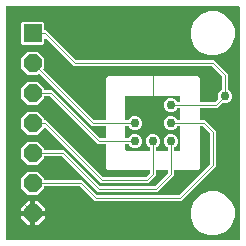
<source format=gbr>
G04 EAGLE Gerber RS-274X export*
G75*
%MOMM*%
%FSLAX34Y34*%
%LPD*%
%INBottom Copper*%
%IPPOS*%
%AMOC8*
5,1,8,0,0,1.08239X$1,22.5*%
G01*
%ADD10R,1.524000X1.524000*%
%ADD11P,1.649562X8X22.500000*%
%ADD12C,0.050800*%
%ADD13C,0.762000*%

G36*
X199702Y2549D02*
X199702Y2549D01*
X199760Y2547D01*
X199842Y2569D01*
X199926Y2581D01*
X199979Y2604D01*
X200035Y2619D01*
X200108Y2662D01*
X200185Y2697D01*
X200230Y2735D01*
X200280Y2764D01*
X200338Y2826D01*
X200402Y2880D01*
X200434Y2929D01*
X200474Y2972D01*
X200513Y3047D01*
X200560Y3117D01*
X200577Y3173D01*
X200604Y3225D01*
X200615Y3293D01*
X200645Y3388D01*
X200648Y3488D01*
X200659Y3556D01*
X200659Y199644D01*
X200651Y199702D01*
X200653Y199760D01*
X200631Y199842D01*
X200619Y199926D01*
X200596Y199979D01*
X200581Y200035D01*
X200538Y200108D01*
X200503Y200185D01*
X200465Y200230D01*
X200436Y200280D01*
X200374Y200338D01*
X200320Y200402D01*
X200271Y200434D01*
X200228Y200474D01*
X200153Y200513D01*
X200083Y200560D01*
X200027Y200577D01*
X199975Y200604D01*
X199907Y200615D01*
X199812Y200645D01*
X199712Y200648D01*
X199644Y200659D01*
X3556Y200659D01*
X3498Y200651D01*
X3440Y200653D01*
X3358Y200631D01*
X3274Y200619D01*
X3221Y200596D01*
X3165Y200581D01*
X3092Y200538D01*
X3015Y200503D01*
X2970Y200465D01*
X2920Y200436D01*
X2862Y200374D01*
X2798Y200320D01*
X2766Y200271D01*
X2726Y200228D01*
X2687Y200153D01*
X2640Y200083D01*
X2623Y200027D01*
X2596Y199975D01*
X2585Y199907D01*
X2555Y199812D01*
X2552Y199712D01*
X2541Y199644D01*
X2541Y3556D01*
X2549Y3498D01*
X2547Y3440D01*
X2569Y3358D01*
X2581Y3274D01*
X2604Y3221D01*
X2619Y3165D01*
X2662Y3092D01*
X2697Y3015D01*
X2735Y2970D01*
X2764Y2920D01*
X2826Y2862D01*
X2880Y2798D01*
X2929Y2766D01*
X2972Y2726D01*
X3047Y2687D01*
X3117Y2640D01*
X3173Y2623D01*
X3225Y2596D01*
X3293Y2585D01*
X3388Y2555D01*
X3488Y2552D01*
X3556Y2541D01*
X199644Y2541D01*
X199702Y2549D01*
G37*
%LPC*%
G36*
X77793Y35813D02*
X77793Y35813D01*
X65390Y48216D01*
X65320Y48268D01*
X65256Y48328D01*
X65207Y48354D01*
X65163Y48387D01*
X65081Y48418D01*
X65003Y48458D01*
X64956Y48466D01*
X64897Y48488D01*
X64750Y48500D01*
X64672Y48513D01*
X36068Y48513D01*
X36010Y48505D01*
X35952Y48507D01*
X35870Y48485D01*
X35786Y48473D01*
X35733Y48450D01*
X35677Y48435D01*
X35604Y48392D01*
X35527Y48357D01*
X35482Y48319D01*
X35432Y48290D01*
X35374Y48228D01*
X35310Y48174D01*
X35278Y48125D01*
X35238Y48082D01*
X35199Y48007D01*
X35152Y47937D01*
X35135Y47881D01*
X35108Y47829D01*
X35097Y47761D01*
X35067Y47666D01*
X35064Y47566D01*
X35053Y47498D01*
X35053Y46802D01*
X29398Y41147D01*
X21402Y41147D01*
X15747Y46802D01*
X15747Y54798D01*
X21402Y60453D01*
X29398Y60453D01*
X35053Y54798D01*
X35053Y54102D01*
X35061Y54044D01*
X35059Y53986D01*
X35081Y53904D01*
X35093Y53820D01*
X35116Y53767D01*
X35131Y53711D01*
X35174Y53638D01*
X35209Y53561D01*
X35247Y53516D01*
X35276Y53466D01*
X35338Y53408D01*
X35392Y53344D01*
X35441Y53312D01*
X35484Y53272D01*
X35559Y53233D01*
X35629Y53186D01*
X35685Y53169D01*
X35737Y53142D01*
X35805Y53131D01*
X35900Y53101D01*
X36000Y53098D01*
X36068Y53087D01*
X66987Y53087D01*
X79390Y40684D01*
X79460Y40632D01*
X79524Y40572D01*
X79573Y40546D01*
X79617Y40513D01*
X79699Y40482D01*
X79777Y40442D01*
X79824Y40434D01*
X79883Y40412D01*
X80030Y40400D01*
X80108Y40387D01*
X148492Y40387D01*
X148579Y40399D01*
X148666Y40402D01*
X148719Y40419D01*
X148774Y40427D01*
X148854Y40462D01*
X148937Y40489D01*
X148976Y40517D01*
X149033Y40543D01*
X149146Y40639D01*
X149210Y40684D01*
X175216Y66690D01*
X175268Y66760D01*
X175328Y66824D01*
X175354Y66873D01*
X175387Y66917D01*
X175418Y66999D01*
X175458Y67077D01*
X175466Y67124D01*
X175488Y67183D01*
X175500Y67330D01*
X175513Y67408D01*
X175513Y92612D01*
X175501Y92699D01*
X175498Y92786D01*
X175481Y92839D01*
X175473Y92894D01*
X175438Y92974D01*
X175411Y93057D01*
X175383Y93096D01*
X175357Y93153D01*
X175261Y93266D01*
X175216Y93330D01*
X169530Y99016D01*
X169460Y99068D01*
X169396Y99128D01*
X169347Y99154D01*
X169303Y99187D01*
X169221Y99218D01*
X169143Y99258D01*
X169096Y99266D01*
X169037Y99288D01*
X168890Y99300D01*
X168812Y99313D01*
X167513Y99313D01*
X167455Y99305D01*
X167397Y99307D01*
X167315Y99285D01*
X167231Y99273D01*
X167178Y99250D01*
X167122Y99235D01*
X167049Y99192D01*
X166972Y99157D01*
X166927Y99119D01*
X166877Y99090D01*
X166819Y99028D01*
X166755Y98974D01*
X166723Y98925D01*
X166683Y98882D01*
X166644Y98807D01*
X166597Y98737D01*
X166580Y98681D01*
X166553Y98629D01*
X166542Y98561D01*
X166512Y98466D01*
X166509Y98366D01*
X166498Y98298D01*
X166498Y63293D01*
X165307Y62102D01*
X151143Y62102D01*
X151137Y62103D01*
X145542Y62103D01*
X145484Y62095D01*
X145426Y62097D01*
X145344Y62075D01*
X145260Y62063D01*
X145207Y62040D01*
X145151Y62025D01*
X145078Y61982D01*
X145001Y61947D01*
X144956Y61909D01*
X144906Y61880D01*
X144848Y61818D01*
X144784Y61764D01*
X144752Y61715D01*
X144712Y61672D01*
X144673Y61597D01*
X144626Y61527D01*
X144609Y61471D01*
X144582Y61419D01*
X144571Y61351D01*
X144541Y61256D01*
X144538Y61156D01*
X144527Y61088D01*
X144527Y57473D01*
X130487Y43433D01*
X80333Y43433D01*
X50150Y73616D01*
X50080Y73668D01*
X50016Y73728D01*
X49967Y73754D01*
X49923Y73787D01*
X49841Y73818D01*
X49763Y73858D01*
X49716Y73866D01*
X49657Y73888D01*
X49510Y73900D01*
X49432Y73913D01*
X36068Y73913D01*
X36010Y73905D01*
X35952Y73907D01*
X35870Y73885D01*
X35786Y73873D01*
X35733Y73850D01*
X35677Y73835D01*
X35604Y73792D01*
X35527Y73757D01*
X35482Y73719D01*
X35432Y73690D01*
X35374Y73628D01*
X35310Y73574D01*
X35278Y73525D01*
X35238Y73482D01*
X35199Y73407D01*
X35152Y73337D01*
X35135Y73281D01*
X35108Y73229D01*
X35097Y73161D01*
X35067Y73066D01*
X35064Y72966D01*
X35053Y72898D01*
X35053Y72202D01*
X29398Y66547D01*
X21402Y66547D01*
X15747Y72202D01*
X15747Y80198D01*
X21402Y85853D01*
X29398Y85853D01*
X35053Y80198D01*
X35053Y79502D01*
X35061Y79444D01*
X35059Y79386D01*
X35081Y79304D01*
X35093Y79220D01*
X35116Y79167D01*
X35131Y79111D01*
X35174Y79038D01*
X35209Y78961D01*
X35247Y78916D01*
X35276Y78866D01*
X35338Y78808D01*
X35392Y78744D01*
X35441Y78712D01*
X35484Y78672D01*
X35559Y78633D01*
X35629Y78586D01*
X35685Y78569D01*
X35737Y78542D01*
X35805Y78531D01*
X35900Y78501D01*
X36000Y78498D01*
X36068Y78487D01*
X51747Y78487D01*
X81930Y48304D01*
X82000Y48252D01*
X82064Y48192D01*
X82113Y48166D01*
X82157Y48133D01*
X82239Y48102D01*
X82317Y48062D01*
X82364Y48054D01*
X82423Y48032D01*
X82570Y48020D01*
X82648Y48007D01*
X128172Y48007D01*
X128259Y48019D01*
X128346Y48022D01*
X128399Y48039D01*
X128454Y48047D01*
X128534Y48082D01*
X128617Y48109D01*
X128656Y48137D01*
X128713Y48163D01*
X128826Y48259D01*
X128890Y48304D01*
X139656Y59070D01*
X139708Y59140D01*
X139768Y59204D01*
X139794Y59253D01*
X139827Y59297D01*
X139858Y59379D01*
X139898Y59457D01*
X139906Y59504D01*
X139928Y59563D01*
X139940Y59710D01*
X139953Y59788D01*
X139953Y61088D01*
X139945Y61146D01*
X139947Y61204D01*
X139925Y61286D01*
X139913Y61370D01*
X139890Y61423D01*
X139875Y61479D01*
X139832Y61552D01*
X139797Y61629D01*
X139759Y61674D01*
X139730Y61724D01*
X139668Y61782D01*
X139614Y61846D01*
X139565Y61878D01*
X139522Y61918D01*
X139447Y61957D01*
X139377Y62004D01*
X139321Y62021D01*
X139269Y62048D01*
X139201Y62059D01*
X139106Y62089D01*
X139006Y62092D01*
X138938Y62103D01*
X130302Y62103D01*
X130244Y62095D01*
X130186Y62097D01*
X130104Y62075D01*
X130020Y62063D01*
X129967Y62040D01*
X129911Y62025D01*
X129838Y61982D01*
X129761Y61947D01*
X129716Y61909D01*
X129666Y61880D01*
X129608Y61818D01*
X129544Y61764D01*
X129512Y61715D01*
X129472Y61672D01*
X129433Y61597D01*
X129386Y61527D01*
X129369Y61471D01*
X129342Y61419D01*
X129331Y61351D01*
X129301Y61256D01*
X129298Y61156D01*
X129287Y61088D01*
X129287Y57473D01*
X122867Y51053D01*
X82873Y51053D01*
X36406Y97520D01*
X36360Y97555D01*
X36319Y97597D01*
X36247Y97640D01*
X36179Y97691D01*
X36125Y97711D01*
X36074Y97741D01*
X35992Y97762D01*
X35914Y97792D01*
X35855Y97797D01*
X35799Y97811D01*
X35714Y97808D01*
X35630Y97815D01*
X35573Y97804D01*
X35515Y97802D01*
X35434Y97776D01*
X35352Y97759D01*
X35300Y97733D01*
X35244Y97715D01*
X35188Y97674D01*
X35099Y97628D01*
X35027Y97560D01*
X34971Y97520D01*
X29398Y91947D01*
X21402Y91947D01*
X15747Y97602D01*
X15747Y105598D01*
X21402Y111253D01*
X29398Y111253D01*
X35053Y105598D01*
X35053Y104902D01*
X35061Y104844D01*
X35059Y104786D01*
X35081Y104704D01*
X35093Y104620D01*
X35116Y104567D01*
X35131Y104511D01*
X35174Y104438D01*
X35209Y104361D01*
X35247Y104316D01*
X35276Y104266D01*
X35338Y104208D01*
X35392Y104144D01*
X35441Y104112D01*
X35484Y104072D01*
X35559Y104033D01*
X35629Y103986D01*
X35685Y103969D01*
X35737Y103942D01*
X35805Y103931D01*
X35900Y103901D01*
X36000Y103898D01*
X36068Y103887D01*
X36507Y103887D01*
X84470Y55924D01*
X84540Y55872D01*
X84604Y55812D01*
X84653Y55786D01*
X84697Y55753D01*
X84779Y55722D01*
X84857Y55682D01*
X84904Y55674D01*
X84963Y55652D01*
X85110Y55640D01*
X85188Y55627D01*
X120552Y55627D01*
X120639Y55639D01*
X120726Y55642D01*
X120779Y55659D01*
X120834Y55667D01*
X120914Y55702D01*
X120997Y55729D01*
X121036Y55757D01*
X121093Y55783D01*
X121206Y55879D01*
X121270Y55924D01*
X124416Y59070D01*
X124468Y59140D01*
X124528Y59204D01*
X124554Y59253D01*
X124587Y59297D01*
X124618Y59379D01*
X124658Y59457D01*
X124666Y59504D01*
X124688Y59563D01*
X124700Y59710D01*
X124713Y59788D01*
X124713Y61088D01*
X124705Y61146D01*
X124707Y61204D01*
X124685Y61286D01*
X124673Y61370D01*
X124650Y61423D01*
X124635Y61479D01*
X124592Y61552D01*
X124557Y61629D01*
X124519Y61674D01*
X124490Y61724D01*
X124428Y61782D01*
X124374Y61846D01*
X124325Y61878D01*
X124282Y61918D01*
X124207Y61957D01*
X124137Y62004D01*
X124081Y62021D01*
X124029Y62048D01*
X123961Y62059D01*
X123866Y62089D01*
X123766Y62092D01*
X123698Y62103D01*
X102864Y62103D01*
X102856Y62102D01*
X88694Y62102D01*
X87502Y63294D01*
X87502Y77458D01*
X87503Y77464D01*
X87503Y83058D01*
X87495Y83116D01*
X87497Y83174D01*
X87475Y83256D01*
X87463Y83340D01*
X87440Y83393D01*
X87425Y83449D01*
X87382Y83522D01*
X87347Y83599D01*
X87309Y83644D01*
X87280Y83694D01*
X87218Y83752D01*
X87164Y83816D01*
X87115Y83848D01*
X87072Y83888D01*
X86997Y83927D01*
X86927Y83974D01*
X86871Y83991D01*
X86819Y84018D01*
X86751Y84029D01*
X86656Y84059D01*
X86556Y84062D01*
X86488Y84073D01*
X80333Y84073D01*
X39990Y124416D01*
X39920Y124468D01*
X39856Y124528D01*
X39807Y124554D01*
X39763Y124587D01*
X39681Y124618D01*
X39603Y124658D01*
X39556Y124666D01*
X39497Y124688D01*
X39350Y124700D01*
X39272Y124713D01*
X36068Y124713D01*
X36010Y124705D01*
X35952Y124707D01*
X35870Y124685D01*
X35786Y124673D01*
X35733Y124650D01*
X35677Y124635D01*
X35604Y124592D01*
X35527Y124557D01*
X35482Y124519D01*
X35432Y124490D01*
X35374Y124428D01*
X35310Y124374D01*
X35278Y124325D01*
X35238Y124282D01*
X35199Y124207D01*
X35152Y124137D01*
X35135Y124081D01*
X35108Y124029D01*
X35097Y123961D01*
X35067Y123866D01*
X35064Y123766D01*
X35053Y123698D01*
X35053Y123002D01*
X29398Y117347D01*
X21402Y117347D01*
X15747Y123002D01*
X15747Y130998D01*
X21402Y136653D01*
X29398Y136653D01*
X35053Y130998D01*
X35053Y130302D01*
X35061Y130244D01*
X35059Y130186D01*
X35081Y130104D01*
X35093Y130020D01*
X35116Y129967D01*
X35131Y129911D01*
X35174Y129838D01*
X35209Y129761D01*
X35247Y129716D01*
X35276Y129666D01*
X35338Y129608D01*
X35392Y129544D01*
X35441Y129512D01*
X35484Y129472D01*
X35559Y129433D01*
X35629Y129386D01*
X35685Y129369D01*
X35737Y129342D01*
X35805Y129331D01*
X35900Y129301D01*
X36000Y129298D01*
X36068Y129287D01*
X41587Y129287D01*
X81930Y88944D01*
X82000Y88892D01*
X82064Y88832D01*
X82113Y88806D01*
X82157Y88773D01*
X82239Y88742D01*
X82317Y88702D01*
X82364Y88694D01*
X82423Y88672D01*
X82570Y88660D01*
X82648Y88647D01*
X86488Y88647D01*
X86546Y88655D01*
X86604Y88653D01*
X86686Y88675D01*
X86770Y88687D01*
X86823Y88710D01*
X86879Y88725D01*
X86952Y88768D01*
X87029Y88803D01*
X87074Y88841D01*
X87124Y88870D01*
X87182Y88932D01*
X87246Y88986D01*
X87278Y89035D01*
X87318Y89078D01*
X87357Y89153D01*
X87404Y89223D01*
X87421Y89279D01*
X87448Y89331D01*
X87459Y89399D01*
X87489Y89494D01*
X87492Y89594D01*
X87503Y89662D01*
X87503Y98298D01*
X87495Y98356D01*
X87497Y98414D01*
X87475Y98496D01*
X87463Y98580D01*
X87440Y98633D01*
X87425Y98689D01*
X87382Y98762D01*
X87347Y98839D01*
X87309Y98884D01*
X87280Y98934D01*
X87218Y98992D01*
X87164Y99056D01*
X87115Y99088D01*
X87072Y99128D01*
X86997Y99167D01*
X86927Y99214D01*
X86871Y99231D01*
X86819Y99258D01*
X86751Y99269D01*
X86656Y99299D01*
X86556Y99302D01*
X86488Y99313D01*
X75253Y99313D01*
X31326Y143240D01*
X31280Y143275D01*
X31239Y143317D01*
X31167Y143360D01*
X31099Y143411D01*
X31045Y143431D01*
X30994Y143461D01*
X30912Y143482D01*
X30834Y143512D01*
X30775Y143517D01*
X30719Y143531D01*
X30634Y143528D01*
X30550Y143535D01*
X30493Y143524D01*
X30434Y143522D01*
X30354Y143496D01*
X30272Y143479D01*
X30220Y143453D01*
X30164Y143435D01*
X30108Y143394D01*
X30019Y143348D01*
X29947Y143280D01*
X29891Y143240D01*
X29398Y142747D01*
X21402Y142747D01*
X15747Y148402D01*
X15747Y156398D01*
X21402Y162053D01*
X29398Y162053D01*
X35053Y156398D01*
X35053Y148402D01*
X34560Y147909D01*
X34525Y147863D01*
X34483Y147822D01*
X34440Y147750D01*
X34389Y147682D01*
X34369Y147627D01*
X34339Y147577D01*
X34318Y147495D01*
X34288Y147417D01*
X34283Y147358D01*
X34269Y147302D01*
X34272Y147217D01*
X34265Y147133D01*
X34276Y147076D01*
X34278Y147017D01*
X34304Y146937D01*
X34321Y146854D01*
X34348Y146803D01*
X34365Y146747D01*
X34405Y146691D01*
X34452Y146602D01*
X34520Y146530D01*
X34560Y146474D01*
X76850Y104184D01*
X76920Y104132D01*
X76984Y104072D01*
X77033Y104046D01*
X77077Y104013D01*
X77159Y103982D01*
X77237Y103942D01*
X77284Y103934D01*
X77343Y103912D01*
X77490Y103900D01*
X77568Y103887D01*
X86488Y103887D01*
X86546Y103895D01*
X86604Y103893D01*
X86686Y103915D01*
X86770Y103927D01*
X86823Y103950D01*
X86879Y103965D01*
X86952Y104008D01*
X87029Y104043D01*
X87074Y104081D01*
X87124Y104110D01*
X87182Y104172D01*
X87246Y104226D01*
X87278Y104275D01*
X87318Y104318D01*
X87357Y104393D01*
X87404Y104463D01*
X87421Y104519D01*
X87448Y104571D01*
X87459Y104639D01*
X87489Y104734D01*
X87492Y104834D01*
X87503Y104902D01*
X87503Y125737D01*
X87502Y125745D01*
X87502Y139907D01*
X88693Y141098D01*
X165307Y141098D01*
X166498Y139907D01*
X166498Y120142D01*
X166506Y120084D01*
X166504Y120026D01*
X166526Y119944D01*
X166538Y119860D01*
X166561Y119807D01*
X166576Y119751D01*
X166619Y119678D01*
X166654Y119601D01*
X166692Y119556D01*
X166721Y119506D01*
X166783Y119448D01*
X166837Y119384D01*
X166886Y119352D01*
X166929Y119312D01*
X167004Y119273D01*
X167074Y119226D01*
X167130Y119209D01*
X167182Y119182D01*
X167250Y119171D01*
X167345Y119141D01*
X167445Y119138D01*
X167513Y119127D01*
X178972Y119127D01*
X179059Y119139D01*
X179146Y119142D01*
X179199Y119159D01*
X179254Y119167D01*
X179334Y119202D01*
X179417Y119229D01*
X179456Y119257D01*
X179513Y119283D01*
X179626Y119379D01*
X179690Y119424D01*
X182061Y121795D01*
X182062Y121796D01*
X182064Y121797D01*
X182147Y121909D01*
X182232Y122022D01*
X182233Y122024D01*
X182234Y122025D01*
X182282Y122154D01*
X182333Y122288D01*
X182334Y122290D01*
X182334Y122291D01*
X182345Y122426D01*
X182357Y122571D01*
X182357Y122573D01*
X182357Y122575D01*
X182353Y122590D01*
X182301Y122850D01*
X182287Y122877D01*
X182281Y122902D01*
X182117Y123298D01*
X182117Y125622D01*
X183007Y127770D01*
X184650Y129413D01*
X185047Y129577D01*
X185048Y129578D01*
X185049Y129579D01*
X185170Y129650D01*
X185291Y129722D01*
X185292Y129723D01*
X185294Y129724D01*
X185391Y129828D01*
X185487Y129929D01*
X185487Y129930D01*
X185488Y129931D01*
X185553Y130057D01*
X185617Y130181D01*
X185617Y130183D01*
X185618Y130184D01*
X185620Y130199D01*
X185672Y130460D01*
X185669Y130491D01*
X185673Y130515D01*
X185673Y140872D01*
X185661Y140959D01*
X185658Y141046D01*
X185641Y141099D01*
X185633Y141154D01*
X185598Y141234D01*
X185571Y141317D01*
X185543Y141356D01*
X185517Y141413D01*
X185421Y141526D01*
X185376Y141590D01*
X177150Y149816D01*
X177080Y149868D01*
X177016Y149928D01*
X176967Y149954D01*
X176923Y149987D01*
X176841Y150018D01*
X176763Y150058D01*
X176716Y150066D01*
X176657Y150088D01*
X176510Y150100D01*
X176432Y150113D01*
X60013Y150113D01*
X36786Y173340D01*
X36762Y173358D01*
X36743Y173380D01*
X36649Y173443D01*
X36559Y173511D01*
X36531Y173522D01*
X36507Y173538D01*
X36399Y173572D01*
X36293Y173612D01*
X36264Y173615D01*
X36236Y173624D01*
X36122Y173627D01*
X36010Y173636D01*
X35981Y173630D01*
X35952Y173631D01*
X35842Y173602D01*
X35731Y173580D01*
X35705Y173566D01*
X35677Y173559D01*
X35579Y173501D01*
X35479Y173449D01*
X35457Y173429D01*
X35432Y173414D01*
X35355Y173331D01*
X35273Y173253D01*
X35258Y173228D01*
X35238Y173207D01*
X35186Y173106D01*
X35129Y173008D01*
X35122Y172980D01*
X35108Y172953D01*
X35095Y172876D01*
X35059Y172732D01*
X35061Y172670D01*
X35053Y172622D01*
X35053Y169338D01*
X33862Y168147D01*
X16938Y168147D01*
X15747Y169338D01*
X15747Y186262D01*
X16938Y187453D01*
X33862Y187453D01*
X35053Y186262D01*
X35053Y181102D01*
X35061Y181044D01*
X35059Y180986D01*
X35081Y180904D01*
X35093Y180820D01*
X35116Y180767D01*
X35131Y180711D01*
X35174Y180638D01*
X35209Y180561D01*
X35247Y180516D01*
X35276Y180466D01*
X35338Y180408D01*
X35392Y180344D01*
X35441Y180312D01*
X35484Y180272D01*
X35559Y180233D01*
X35629Y180186D01*
X35685Y180169D01*
X35737Y180142D01*
X35805Y180131D01*
X35900Y180101D01*
X36000Y180098D01*
X36068Y180087D01*
X36507Y180087D01*
X38144Y178450D01*
X61610Y154984D01*
X61680Y154932D01*
X61744Y154872D01*
X61793Y154846D01*
X61837Y154813D01*
X61919Y154782D01*
X61997Y154742D01*
X62044Y154734D01*
X62103Y154712D01*
X62250Y154700D01*
X62328Y154687D01*
X178747Y154687D01*
X190247Y143187D01*
X190247Y130515D01*
X190247Y130514D01*
X190247Y130512D01*
X190267Y130371D01*
X190287Y130234D01*
X190287Y130232D01*
X190287Y130231D01*
X190347Y130100D01*
X190403Y129974D01*
X190404Y129973D01*
X190405Y129972D01*
X190497Y129863D01*
X190586Y129757D01*
X190588Y129757D01*
X190589Y129755D01*
X190602Y129747D01*
X190823Y129600D01*
X190852Y129591D01*
X190873Y129577D01*
X191270Y129413D01*
X192913Y127770D01*
X193803Y125622D01*
X193803Y123298D01*
X192913Y121150D01*
X191270Y119507D01*
X189122Y118617D01*
X186798Y118617D01*
X186402Y118781D01*
X186400Y118782D01*
X186399Y118783D01*
X186267Y118816D01*
X186126Y118852D01*
X186125Y118852D01*
X186123Y118853D01*
X185982Y118848D01*
X185842Y118844D01*
X185841Y118844D01*
X185839Y118844D01*
X185703Y118800D01*
X185571Y118758D01*
X185570Y118757D01*
X185569Y118756D01*
X185556Y118747D01*
X185335Y118599D01*
X185316Y118576D01*
X185295Y118561D01*
X181287Y114553D01*
X167513Y114553D01*
X167455Y114545D01*
X167397Y114547D01*
X167315Y114525D01*
X167231Y114513D01*
X167178Y114490D01*
X167122Y114475D01*
X167049Y114432D01*
X166972Y114397D01*
X166927Y114359D01*
X166877Y114330D01*
X166819Y114268D01*
X166755Y114214D01*
X166723Y114165D01*
X166683Y114122D01*
X166644Y114047D01*
X166597Y113977D01*
X166580Y113921D01*
X166553Y113869D01*
X166542Y113801D01*
X166512Y113706D01*
X166509Y113606D01*
X166498Y113538D01*
X166498Y104902D01*
X166506Y104844D01*
X166504Y104786D01*
X166526Y104704D01*
X166538Y104620D01*
X166561Y104567D01*
X166576Y104511D01*
X166619Y104438D01*
X166654Y104361D01*
X166692Y104316D01*
X166721Y104266D01*
X166783Y104208D01*
X166837Y104144D01*
X166886Y104112D01*
X166929Y104072D01*
X167004Y104033D01*
X167074Y103986D01*
X167130Y103969D01*
X167182Y103942D01*
X167250Y103931D01*
X167345Y103901D01*
X167445Y103898D01*
X167513Y103887D01*
X171127Y103887D01*
X180087Y94927D01*
X180087Y65093D01*
X150807Y35813D01*
X77793Y35813D01*
G37*
%LPD*%
G36*
X123756Y78241D02*
X123756Y78241D01*
X123814Y78239D01*
X123896Y78261D01*
X123980Y78273D01*
X124033Y78296D01*
X124089Y78311D01*
X124162Y78354D01*
X124239Y78389D01*
X124284Y78427D01*
X124334Y78456D01*
X124392Y78518D01*
X124456Y78572D01*
X124488Y78621D01*
X124528Y78664D01*
X124567Y78739D01*
X124614Y78809D01*
X124631Y78865D01*
X124658Y78917D01*
X124669Y78985D01*
X124699Y79080D01*
X124702Y79180D01*
X124713Y79248D01*
X124713Y80305D01*
X124713Y80306D01*
X124713Y80308D01*
X124693Y80449D01*
X124673Y80586D01*
X124673Y80588D01*
X124673Y80589D01*
X124616Y80715D01*
X124557Y80846D01*
X124556Y80847D01*
X124555Y80848D01*
X124464Y80955D01*
X124374Y81063D01*
X124372Y81063D01*
X124371Y81065D01*
X124358Y81073D01*
X124137Y81220D01*
X124108Y81229D01*
X124087Y81243D01*
X123690Y81407D01*
X122047Y83050D01*
X121157Y85198D01*
X121157Y87522D01*
X122047Y89670D01*
X123690Y91313D01*
X125838Y92203D01*
X128162Y92203D01*
X130310Y91313D01*
X131953Y89670D01*
X132843Y87522D01*
X132843Y85198D01*
X131953Y83050D01*
X130310Y81407D01*
X129913Y81243D01*
X129912Y81242D01*
X129911Y81241D01*
X129790Y81170D01*
X129669Y81098D01*
X129668Y81097D01*
X129666Y81096D01*
X129567Y80991D01*
X129473Y80891D01*
X129473Y80890D01*
X129472Y80889D01*
X129407Y80763D01*
X129343Y80639D01*
X129343Y80637D01*
X129342Y80636D01*
X129340Y80621D01*
X129288Y80360D01*
X129291Y80329D01*
X129287Y80305D01*
X129287Y79248D01*
X129295Y79190D01*
X129293Y79132D01*
X129315Y79050D01*
X129327Y78966D01*
X129350Y78913D01*
X129365Y78857D01*
X129408Y78784D01*
X129443Y78707D01*
X129481Y78662D01*
X129510Y78612D01*
X129572Y78554D01*
X129626Y78490D01*
X129675Y78458D01*
X129718Y78418D01*
X129793Y78379D01*
X129863Y78332D01*
X129919Y78315D01*
X129971Y78288D01*
X130039Y78277D01*
X130134Y78247D01*
X130234Y78244D01*
X130302Y78233D01*
X138938Y78233D01*
X138996Y78241D01*
X139054Y78239D01*
X139136Y78261D01*
X139220Y78273D01*
X139273Y78296D01*
X139329Y78311D01*
X139402Y78354D01*
X139479Y78389D01*
X139524Y78427D01*
X139574Y78456D01*
X139632Y78518D01*
X139696Y78572D01*
X139728Y78621D01*
X139768Y78664D01*
X139807Y78739D01*
X139854Y78809D01*
X139871Y78865D01*
X139898Y78917D01*
X139909Y78985D01*
X139939Y79080D01*
X139942Y79180D01*
X139953Y79248D01*
X139953Y80305D01*
X139953Y80306D01*
X139953Y80308D01*
X139933Y80449D01*
X139913Y80586D01*
X139913Y80588D01*
X139913Y80589D01*
X139856Y80715D01*
X139797Y80846D01*
X139796Y80847D01*
X139795Y80848D01*
X139704Y80955D01*
X139614Y81063D01*
X139612Y81063D01*
X139611Y81065D01*
X139598Y81073D01*
X139377Y81220D01*
X139348Y81229D01*
X139327Y81243D01*
X138930Y81407D01*
X137287Y83050D01*
X136397Y85198D01*
X136397Y87522D01*
X137287Y89670D01*
X138930Y91313D01*
X141078Y92203D01*
X143402Y92203D01*
X145550Y91313D01*
X147193Y89670D01*
X148083Y87522D01*
X148083Y85198D01*
X147193Y83050D01*
X145550Y81407D01*
X145153Y81243D01*
X145152Y81242D01*
X145151Y81241D01*
X145030Y81170D01*
X144909Y81098D01*
X144908Y81097D01*
X144906Y81096D01*
X144807Y80991D01*
X144713Y80891D01*
X144713Y80890D01*
X144712Y80889D01*
X144647Y80763D01*
X144583Y80639D01*
X144583Y80637D01*
X144582Y80636D01*
X144580Y80621D01*
X144528Y80360D01*
X144531Y80329D01*
X144527Y80305D01*
X144527Y79248D01*
X144535Y79190D01*
X144533Y79132D01*
X144555Y79050D01*
X144567Y78966D01*
X144590Y78913D01*
X144605Y78857D01*
X144648Y78784D01*
X144683Y78707D01*
X144721Y78662D01*
X144750Y78612D01*
X144812Y78554D01*
X144866Y78490D01*
X144915Y78458D01*
X144958Y78418D01*
X145033Y78379D01*
X145103Y78332D01*
X145159Y78315D01*
X145211Y78288D01*
X145279Y78277D01*
X145374Y78247D01*
X145474Y78244D01*
X145542Y78233D01*
X149353Y78233D01*
X149411Y78241D01*
X149469Y78239D01*
X149551Y78261D01*
X149635Y78273D01*
X149688Y78296D01*
X149744Y78311D01*
X149817Y78354D01*
X149894Y78389D01*
X149939Y78427D01*
X149989Y78456D01*
X150047Y78518D01*
X150111Y78572D01*
X150143Y78621D01*
X150183Y78664D01*
X150222Y78739D01*
X150269Y78809D01*
X150286Y78865D01*
X150313Y78917D01*
X150324Y78985D01*
X150354Y79080D01*
X150357Y79180D01*
X150368Y79248D01*
X150368Y98298D01*
X150360Y98356D01*
X150362Y98414D01*
X150340Y98496D01*
X150328Y98580D01*
X150305Y98633D01*
X150290Y98689D01*
X150247Y98762D01*
X150212Y98839D01*
X150174Y98884D01*
X150145Y98934D01*
X150083Y98992D01*
X150029Y99056D01*
X149980Y99088D01*
X149937Y99128D01*
X149862Y99167D01*
X149792Y99214D01*
X149736Y99231D01*
X149684Y99258D01*
X149616Y99269D01*
X149521Y99299D01*
X149421Y99302D01*
X149353Y99313D01*
X148295Y99313D01*
X148294Y99313D01*
X148292Y99313D01*
X148151Y99293D01*
X148014Y99273D01*
X148012Y99273D01*
X148011Y99273D01*
X147883Y99215D01*
X147754Y99157D01*
X147753Y99156D01*
X147752Y99155D01*
X147645Y99064D01*
X147537Y98974D01*
X147537Y98972D01*
X147535Y98971D01*
X147527Y98958D01*
X147380Y98737D01*
X147371Y98708D01*
X147357Y98687D01*
X147193Y98290D01*
X145550Y96647D01*
X143402Y95757D01*
X141078Y95757D01*
X138930Y96647D01*
X137287Y98290D01*
X136397Y100438D01*
X136397Y102762D01*
X137287Y104910D01*
X138930Y106553D01*
X141078Y107443D01*
X143402Y107443D01*
X145550Y106553D01*
X147193Y104910D01*
X147357Y104513D01*
X147358Y104512D01*
X147359Y104511D01*
X147430Y104390D01*
X147502Y104269D01*
X147503Y104268D01*
X147504Y104266D01*
X147608Y104169D01*
X147709Y104073D01*
X147710Y104073D01*
X147711Y104072D01*
X147837Y104007D01*
X147961Y103943D01*
X147963Y103943D01*
X147964Y103942D01*
X147979Y103940D01*
X148240Y103888D01*
X148271Y103891D01*
X148295Y103887D01*
X149353Y103887D01*
X149411Y103895D01*
X149469Y103893D01*
X149551Y103915D01*
X149635Y103927D01*
X149688Y103950D01*
X149744Y103965D01*
X149817Y104008D01*
X149894Y104043D01*
X149939Y104081D01*
X149989Y104110D01*
X150047Y104172D01*
X150111Y104226D01*
X150143Y104275D01*
X150183Y104318D01*
X150222Y104393D01*
X150269Y104463D01*
X150286Y104519D01*
X150313Y104571D01*
X150324Y104639D01*
X150354Y104734D01*
X150357Y104834D01*
X150368Y104902D01*
X150368Y113538D01*
X150360Y113596D01*
X150362Y113654D01*
X150340Y113736D01*
X150328Y113820D01*
X150305Y113873D01*
X150290Y113929D01*
X150247Y114002D01*
X150212Y114079D01*
X150174Y114124D01*
X150145Y114174D01*
X150083Y114232D01*
X150029Y114296D01*
X149980Y114328D01*
X149937Y114368D01*
X149862Y114407D01*
X149792Y114454D01*
X149736Y114471D01*
X149684Y114498D01*
X149616Y114509D01*
X149521Y114539D01*
X149421Y114542D01*
X149353Y114553D01*
X148295Y114553D01*
X148294Y114553D01*
X148292Y114553D01*
X148151Y114533D01*
X148014Y114513D01*
X148012Y114513D01*
X148011Y114513D01*
X147883Y114455D01*
X147754Y114397D01*
X147753Y114396D01*
X147752Y114395D01*
X147645Y114304D01*
X147537Y114214D01*
X147537Y114212D01*
X147535Y114211D01*
X147527Y114198D01*
X147380Y113977D01*
X147371Y113948D01*
X147357Y113927D01*
X147193Y113530D01*
X145550Y111887D01*
X143402Y110997D01*
X141078Y110997D01*
X138930Y111887D01*
X137287Y113530D01*
X136397Y115678D01*
X136397Y118002D01*
X137287Y120150D01*
X138930Y121793D01*
X141078Y122683D01*
X143402Y122683D01*
X145550Y121793D01*
X147193Y120150D01*
X147357Y119753D01*
X147358Y119752D01*
X147359Y119751D01*
X147430Y119630D01*
X147502Y119509D01*
X147503Y119508D01*
X147504Y119506D01*
X147608Y119409D01*
X147709Y119313D01*
X147710Y119313D01*
X147711Y119312D01*
X147837Y119247D01*
X147961Y119183D01*
X147963Y119183D01*
X147964Y119182D01*
X147979Y119180D01*
X148240Y119128D01*
X148271Y119131D01*
X148295Y119127D01*
X149353Y119127D01*
X149411Y119135D01*
X149469Y119133D01*
X149551Y119155D01*
X149635Y119167D01*
X149688Y119190D01*
X149744Y119205D01*
X149817Y119248D01*
X149894Y119283D01*
X149939Y119321D01*
X149989Y119350D01*
X150047Y119412D01*
X150111Y119466D01*
X150143Y119515D01*
X150183Y119558D01*
X150222Y119633D01*
X150269Y119703D01*
X150286Y119759D01*
X150313Y119811D01*
X150324Y119879D01*
X150354Y119974D01*
X150357Y120074D01*
X150368Y120142D01*
X150368Y123953D01*
X150360Y124011D01*
X150362Y124069D01*
X150340Y124151D01*
X150328Y124235D01*
X150305Y124288D01*
X150290Y124344D01*
X150247Y124417D01*
X150212Y124494D01*
X150174Y124539D01*
X150145Y124589D01*
X150083Y124647D01*
X150029Y124711D01*
X149980Y124743D01*
X149937Y124783D01*
X149862Y124822D01*
X149792Y124869D01*
X149736Y124886D01*
X149684Y124913D01*
X149616Y124924D01*
X149521Y124954D01*
X149421Y124957D01*
X149353Y124968D01*
X104648Y124968D01*
X104590Y124960D01*
X104532Y124962D01*
X104450Y124940D01*
X104366Y124928D01*
X104313Y124905D01*
X104257Y124890D01*
X104184Y124847D01*
X104107Y124812D01*
X104062Y124774D01*
X104012Y124745D01*
X103954Y124683D01*
X103890Y124629D01*
X103858Y124580D01*
X103818Y124537D01*
X103779Y124462D01*
X103732Y124392D01*
X103715Y124336D01*
X103688Y124284D01*
X103677Y124216D01*
X103647Y124121D01*
X103644Y124021D01*
X103633Y123953D01*
X103633Y104902D01*
X103641Y104844D01*
X103639Y104786D01*
X103661Y104704D01*
X103673Y104620D01*
X103696Y104567D01*
X103711Y104511D01*
X103754Y104438D01*
X103789Y104361D01*
X103827Y104316D01*
X103856Y104266D01*
X103918Y104208D01*
X103972Y104144D01*
X104021Y104112D01*
X104064Y104072D01*
X104139Y104033D01*
X104209Y103986D01*
X104265Y103969D01*
X104317Y103942D01*
X104385Y103931D01*
X104480Y103901D01*
X104580Y103898D01*
X104648Y103887D01*
X105705Y103887D01*
X105706Y103887D01*
X105708Y103887D01*
X105849Y103907D01*
X105986Y103927D01*
X105988Y103927D01*
X105989Y103927D01*
X106117Y103985D01*
X106246Y104043D01*
X106247Y104044D01*
X106248Y104045D01*
X106355Y104136D01*
X106463Y104226D01*
X106463Y104228D01*
X106465Y104229D01*
X106473Y104242D01*
X106620Y104463D01*
X106629Y104492D01*
X106643Y104513D01*
X106807Y104910D01*
X108450Y106553D01*
X110598Y107443D01*
X112922Y107443D01*
X115070Y106553D01*
X116713Y104910D01*
X117603Y102762D01*
X117603Y100438D01*
X116713Y98290D01*
X115070Y96647D01*
X112922Y95757D01*
X110598Y95757D01*
X108450Y96647D01*
X106807Y98290D01*
X106643Y98687D01*
X106642Y98688D01*
X106641Y98689D01*
X106570Y98810D01*
X106498Y98931D01*
X106497Y98932D01*
X106496Y98934D01*
X106394Y99029D01*
X106291Y99127D01*
X106290Y99127D01*
X106289Y99128D01*
X106163Y99193D01*
X106039Y99257D01*
X106037Y99257D01*
X106036Y99258D01*
X106021Y99260D01*
X105760Y99312D01*
X105729Y99309D01*
X105705Y99313D01*
X104648Y99313D01*
X104590Y99305D01*
X104532Y99307D01*
X104450Y99285D01*
X104366Y99273D01*
X104313Y99250D01*
X104257Y99235D01*
X104184Y99192D01*
X104107Y99157D01*
X104062Y99119D01*
X104012Y99090D01*
X103954Y99028D01*
X103890Y98974D01*
X103858Y98925D01*
X103818Y98882D01*
X103779Y98807D01*
X103732Y98737D01*
X103715Y98681D01*
X103688Y98629D01*
X103677Y98561D01*
X103647Y98466D01*
X103644Y98366D01*
X103633Y98298D01*
X103633Y89662D01*
X103641Y89604D01*
X103639Y89546D01*
X103661Y89464D01*
X103673Y89380D01*
X103696Y89327D01*
X103711Y89271D01*
X103754Y89198D01*
X103789Y89121D01*
X103827Y89076D01*
X103856Y89026D01*
X103918Y88968D01*
X103972Y88904D01*
X104021Y88872D01*
X104064Y88832D01*
X104139Y88793D01*
X104209Y88746D01*
X104265Y88729D01*
X104317Y88702D01*
X104385Y88691D01*
X104480Y88661D01*
X104580Y88658D01*
X104648Y88647D01*
X105705Y88647D01*
X105706Y88647D01*
X105708Y88647D01*
X105849Y88667D01*
X105986Y88687D01*
X105988Y88687D01*
X105989Y88687D01*
X106117Y88745D01*
X106246Y88803D01*
X106247Y88804D01*
X106248Y88805D01*
X106355Y88896D01*
X106463Y88986D01*
X106463Y88988D01*
X106465Y88989D01*
X106473Y89002D01*
X106620Y89223D01*
X106629Y89252D01*
X106643Y89273D01*
X106807Y89670D01*
X108450Y91313D01*
X110598Y92203D01*
X112922Y92203D01*
X115070Y91313D01*
X116713Y89670D01*
X117603Y87522D01*
X117603Y85198D01*
X116713Y83050D01*
X115070Y81407D01*
X112922Y80517D01*
X110598Y80517D01*
X108450Y81407D01*
X106807Y83050D01*
X106643Y83447D01*
X106642Y83448D01*
X106641Y83449D01*
X106570Y83570D01*
X106498Y83691D01*
X106497Y83692D01*
X106496Y83694D01*
X106392Y83791D01*
X106291Y83887D01*
X106290Y83887D01*
X106289Y83888D01*
X106163Y83953D01*
X106039Y84017D01*
X106037Y84017D01*
X106036Y84018D01*
X106021Y84020D01*
X105760Y84072D01*
X105729Y84069D01*
X105705Y84073D01*
X104648Y84073D01*
X104590Y84065D01*
X104532Y84067D01*
X104450Y84045D01*
X104366Y84033D01*
X104313Y84010D01*
X104257Y83995D01*
X104184Y83952D01*
X104107Y83917D01*
X104062Y83879D01*
X104012Y83850D01*
X103954Y83788D01*
X103890Y83734D01*
X103858Y83685D01*
X103818Y83642D01*
X103779Y83567D01*
X103732Y83497D01*
X103715Y83441D01*
X103688Y83389D01*
X103677Y83321D01*
X103647Y83226D01*
X103644Y83126D01*
X103633Y83058D01*
X103633Y79248D01*
X103641Y79190D01*
X103639Y79132D01*
X103661Y79050D01*
X103673Y78966D01*
X103696Y78913D01*
X103711Y78857D01*
X103754Y78784D01*
X103789Y78707D01*
X103827Y78662D01*
X103856Y78612D01*
X103918Y78554D01*
X103972Y78490D01*
X104021Y78458D01*
X104064Y78418D01*
X104139Y78379D01*
X104209Y78332D01*
X104265Y78315D01*
X104317Y78288D01*
X104385Y78277D01*
X104480Y78247D01*
X104580Y78244D01*
X104648Y78233D01*
X123698Y78233D01*
X123756Y78241D01*
G37*
%LPC*%
G36*
X174112Y159259D02*
X174112Y159259D01*
X167297Y162082D01*
X162082Y167297D01*
X159259Y174112D01*
X159259Y181488D01*
X162082Y188303D01*
X167297Y193518D01*
X174112Y196341D01*
X181488Y196341D01*
X188303Y193518D01*
X193518Y188303D01*
X196341Y181488D01*
X196341Y174112D01*
X193518Y167297D01*
X188303Y162082D01*
X181488Y159259D01*
X174112Y159259D01*
G37*
%LPD*%
%LPC*%
G36*
X174112Y6859D02*
X174112Y6859D01*
X167297Y9682D01*
X162082Y14897D01*
X159259Y21712D01*
X159259Y29088D01*
X162082Y35903D01*
X167297Y41118D01*
X174112Y43941D01*
X181488Y43941D01*
X188303Y41118D01*
X193518Y35903D01*
X196341Y29088D01*
X196341Y21712D01*
X193518Y14897D01*
X188303Y9682D01*
X181488Y6859D01*
X174112Y6859D01*
G37*
%LPD*%
%LPC*%
G36*
X27431Y27431D02*
X27431Y27431D01*
X27431Y35561D01*
X29609Y35561D01*
X35561Y29609D01*
X35561Y27431D01*
X27431Y27431D01*
G37*
%LPD*%
%LPC*%
G36*
X15239Y27431D02*
X15239Y27431D01*
X15239Y29609D01*
X21191Y35561D01*
X23369Y35561D01*
X23369Y27431D01*
X15239Y27431D01*
G37*
%LPD*%
%LPC*%
G36*
X27431Y15239D02*
X27431Y15239D01*
X27431Y23369D01*
X35561Y23369D01*
X35561Y21191D01*
X29609Y15239D01*
X27431Y15239D01*
G37*
%LPD*%
%LPC*%
G36*
X21191Y15239D02*
X21191Y15239D01*
X15239Y21191D01*
X15239Y23369D01*
X23369Y23369D01*
X23369Y15239D01*
X21191Y15239D01*
G37*
%LPD*%
%LPC*%
G36*
X25399Y25399D02*
X25399Y25399D01*
X25399Y25401D01*
X25401Y25401D01*
X25401Y25399D01*
X25399Y25399D01*
G37*
%LPD*%
D10*
X25400Y177800D03*
D11*
X25400Y152400D03*
X25400Y127000D03*
X25400Y101600D03*
X25400Y76200D03*
X25400Y50800D03*
X25400Y25400D03*
D12*
X25400Y76200D02*
X50800Y76200D01*
X81280Y45720D01*
X129540Y45720D01*
X142240Y58420D01*
X142240Y86360D01*
D13*
X142240Y86360D03*
D12*
X127000Y86360D02*
X127000Y58420D01*
X121920Y53340D01*
X83820Y53340D01*
X35560Y101600D01*
X25400Y101600D01*
D13*
X127000Y86360D03*
D12*
X124460Y144780D02*
X53340Y144780D01*
X124460Y144780D02*
X127000Y142240D01*
X53340Y144780D02*
X33020Y165100D01*
X15240Y165100D01*
X10160Y160020D01*
X10160Y40640D01*
X25400Y25400D01*
X127000Y116840D02*
X127000Y142240D01*
D13*
X111760Y116840D03*
X127000Y116840D03*
D12*
X142240Y116840D02*
X180340Y116840D01*
X187960Y124460D01*
X187960Y142240D01*
X177800Y152400D01*
X60960Y152400D01*
X35560Y177800D01*
X25400Y177800D01*
D13*
X142240Y116840D03*
X187960Y124460D03*
D12*
X66040Y50800D02*
X25400Y50800D01*
X66040Y50800D02*
X78740Y38100D01*
X149860Y38100D01*
X177800Y66040D01*
X177800Y93980D01*
X170180Y101600D01*
X142240Y101600D01*
D13*
X142240Y101600D03*
D12*
X111760Y86360D02*
X81280Y86360D01*
X40640Y127000D01*
X25400Y127000D01*
D13*
X111760Y86360D03*
D12*
X111760Y101600D02*
X76200Y101600D01*
X25400Y152400D01*
D13*
X111760Y101600D03*
M02*

</source>
